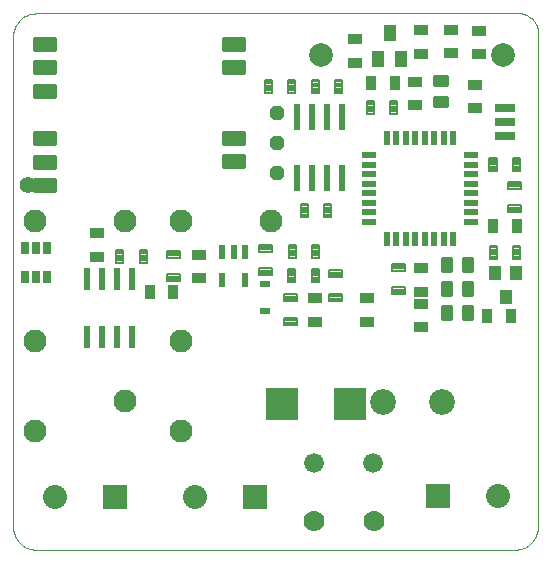
<source format=gbs>
G75*
%MOIN*%
%OFA0B0*%
%FSLAX24Y24*%
%IPPOS*%
%LPD*%
%AMOC8*
5,1,8,0,0,1.08239X$1,22.5*
%
%ADD10C,0.0000*%
%ADD11R,0.0400X0.0450*%
%ADD12R,0.0220X0.0780*%
%ADD13C,0.0079*%
%ADD14R,0.0512X0.0355*%
%ADD15R,0.0355X0.0512*%
%ADD16C,0.0787*%
%ADD17C,0.0860*%
%ADD18R,0.0220X0.0500*%
%ADD19R,0.0669X0.0276*%
%ADD20R,0.0394X0.0551*%
%ADD21R,0.0210X0.0500*%
%ADD22R,0.0500X0.0210*%
%ADD23C,0.0660*%
%ADD24C,0.0700*%
%ADD25R,0.0327X0.0248*%
%ADD26R,0.0276X0.0394*%
%ADD27C,0.0768*%
%ADD28C,0.0100*%
%ADD29OC8,0.0480*%
%ADD30R,0.0800X0.0800*%
%ADD31C,0.0800*%
%ADD32R,0.0236X0.0866*%
%ADD33R,0.1102X0.1102*%
%ADD34C,0.0560*%
D10*
X004460Y000900D02*
X004460Y017270D01*
X004462Y017324D01*
X004468Y017377D01*
X004477Y017429D01*
X004490Y017481D01*
X004507Y017532D01*
X004528Y017582D01*
X004552Y017629D01*
X004579Y017675D01*
X004610Y017719D01*
X004643Y017761D01*
X004680Y017800D01*
X004719Y017837D01*
X004761Y017870D01*
X004805Y017901D01*
X004851Y017928D01*
X004898Y017952D01*
X004948Y017973D01*
X004999Y017990D01*
X005051Y018003D01*
X005103Y018012D01*
X005156Y018018D01*
X005210Y018020D01*
X021202Y018020D01*
X021251Y018026D01*
X021300Y018028D01*
X021349Y018026D01*
X021398Y018021D01*
X021446Y018012D01*
X021494Y017999D01*
X021541Y017983D01*
X021586Y017964D01*
X021629Y017941D01*
X021671Y017915D01*
X021711Y017886D01*
X021748Y017854D01*
X021783Y017819D01*
X021815Y017782D01*
X021845Y017742D01*
X021871Y017701D01*
X021894Y017657D01*
X021914Y017612D01*
X021930Y017566D01*
X021943Y017518D01*
X021952Y017470D01*
X021952Y000900D01*
X021950Y000846D01*
X021944Y000793D01*
X021935Y000741D01*
X021922Y000689D01*
X021905Y000638D01*
X021884Y000588D01*
X021860Y000541D01*
X021833Y000495D01*
X021802Y000451D01*
X021769Y000409D01*
X021732Y000370D01*
X021693Y000333D01*
X021651Y000300D01*
X021607Y000269D01*
X021561Y000242D01*
X021514Y000218D01*
X021464Y000197D01*
X021413Y000180D01*
X021361Y000167D01*
X021309Y000158D01*
X021256Y000152D01*
X021202Y000150D01*
X005210Y000150D01*
X005156Y000152D01*
X005103Y000158D01*
X005051Y000167D01*
X004999Y000180D01*
X004948Y000197D01*
X004898Y000218D01*
X004851Y000242D01*
X004805Y000269D01*
X004761Y000300D01*
X004719Y000333D01*
X004680Y000370D01*
X004643Y000409D01*
X004610Y000451D01*
X004579Y000495D01*
X004552Y000541D01*
X004528Y000588D01*
X004507Y000638D01*
X004490Y000689D01*
X004477Y000741D01*
X004468Y000793D01*
X004462Y000846D01*
X004460Y000900D01*
D11*
X020530Y009360D03*
X021230Y009360D03*
X020880Y008560D03*
D12*
X008410Y009170D03*
X007910Y009170D03*
X007410Y009170D03*
X006910Y009170D03*
X006910Y007230D03*
X007410Y007230D03*
X007910Y007230D03*
X008410Y007230D03*
D13*
X010037Y009088D02*
X010037Y009324D01*
X010037Y009088D02*
X009603Y009088D01*
X009603Y009324D01*
X010037Y009324D01*
X010037Y009166D02*
X009603Y009166D01*
X009603Y009244D02*
X010037Y009244D01*
X010037Y009322D02*
X009603Y009322D01*
X010037Y009876D02*
X010037Y010112D01*
X010037Y009876D02*
X009603Y009876D01*
X009603Y010112D01*
X010037Y010112D01*
X010037Y009954D02*
X009603Y009954D01*
X009603Y010032D02*
X010037Y010032D01*
X010037Y010110D02*
X009603Y010110D01*
X008921Y009713D02*
X008685Y009713D01*
X008685Y010147D01*
X008921Y010147D01*
X008921Y009713D01*
X008921Y009791D02*
X008685Y009791D01*
X008685Y009869D02*
X008921Y009869D01*
X008921Y009947D02*
X008685Y009947D01*
X008685Y010025D02*
X008921Y010025D01*
X008921Y010103D02*
X008685Y010103D01*
X008134Y009713D02*
X007898Y009713D01*
X007898Y010147D01*
X008134Y010147D01*
X008134Y009713D01*
X008134Y009791D02*
X007898Y009791D01*
X007898Y009869D02*
X008134Y009869D01*
X008134Y009947D02*
X007898Y009947D01*
X007898Y010025D02*
X008134Y010025D01*
X008134Y010103D02*
X007898Y010103D01*
X012643Y010076D02*
X012643Y010312D01*
X013077Y010312D01*
X013077Y010076D01*
X012643Y010076D01*
X012643Y010154D02*
X013077Y010154D01*
X013077Y010232D02*
X012643Y010232D01*
X012643Y010310D02*
X013077Y010310D01*
X013648Y009883D02*
X013884Y009883D01*
X013648Y009883D02*
X013648Y010317D01*
X013884Y010317D01*
X013884Y009883D01*
X013884Y009961D02*
X013648Y009961D01*
X013648Y010039D02*
X013884Y010039D01*
X013884Y010117D02*
X013648Y010117D01*
X013648Y010195D02*
X013884Y010195D01*
X013884Y010273D02*
X013648Y010273D01*
X014435Y009883D02*
X014671Y009883D01*
X014435Y009883D02*
X014435Y010317D01*
X014671Y010317D01*
X014671Y009883D01*
X014671Y009961D02*
X014435Y009961D01*
X014435Y010039D02*
X014671Y010039D01*
X014671Y010117D02*
X014435Y010117D01*
X014435Y010195D02*
X014671Y010195D01*
X014671Y010273D02*
X014435Y010273D01*
X014415Y009487D02*
X014651Y009487D01*
X014651Y009053D01*
X014415Y009053D01*
X014415Y009487D01*
X014415Y009131D02*
X014651Y009131D01*
X014651Y009209D02*
X014415Y009209D01*
X014415Y009287D02*
X014651Y009287D01*
X014651Y009365D02*
X014415Y009365D01*
X014415Y009443D02*
X014651Y009443D01*
X015427Y009462D02*
X015427Y009226D01*
X014993Y009226D01*
X014993Y009462D01*
X015427Y009462D01*
X015427Y009304D02*
X014993Y009304D01*
X014993Y009382D02*
X015427Y009382D01*
X015427Y009460D02*
X014993Y009460D01*
X015427Y008674D02*
X015427Y008438D01*
X014993Y008438D01*
X014993Y008674D01*
X015427Y008674D01*
X015427Y008516D02*
X014993Y008516D01*
X014993Y008594D02*
X015427Y008594D01*
X015427Y008672D02*
X014993Y008672D01*
X013473Y008662D02*
X013473Y008426D01*
X013473Y008662D02*
X013907Y008662D01*
X013907Y008426D01*
X013473Y008426D01*
X013473Y008504D02*
X013907Y008504D01*
X013907Y008582D02*
X013473Y008582D01*
X013473Y008660D02*
X013907Y008660D01*
X013864Y009487D02*
X013628Y009487D01*
X013864Y009487D02*
X013864Y009053D01*
X013628Y009053D01*
X013628Y009487D01*
X013628Y009131D02*
X013864Y009131D01*
X013864Y009209D02*
X013628Y009209D01*
X013628Y009287D02*
X013864Y009287D01*
X013864Y009365D02*
X013628Y009365D01*
X013628Y009443D02*
X013864Y009443D01*
X012643Y009524D02*
X012643Y009288D01*
X012643Y009524D02*
X013077Y009524D01*
X013077Y009288D01*
X012643Y009288D01*
X012643Y009366D02*
X013077Y009366D01*
X013077Y009444D02*
X012643Y009444D01*
X012643Y009522D02*
X013077Y009522D01*
X013473Y007874D02*
X013473Y007638D01*
X013473Y007874D02*
X013907Y007874D01*
X013907Y007638D01*
X013473Y007638D01*
X013473Y007716D02*
X013907Y007716D01*
X013907Y007794D02*
X013473Y007794D01*
X013473Y007872D02*
X013907Y007872D01*
X017093Y008658D02*
X017093Y008894D01*
X017527Y008894D01*
X017527Y008658D01*
X017093Y008658D01*
X017093Y008736D02*
X017527Y008736D01*
X017527Y008814D02*
X017093Y008814D01*
X017093Y008892D02*
X017527Y008892D01*
X017093Y009446D02*
X017093Y009682D01*
X017527Y009682D01*
X017527Y009446D01*
X017093Y009446D01*
X017093Y009524D02*
X017527Y009524D01*
X017527Y009602D02*
X017093Y009602D01*
X017093Y009680D02*
X017527Y009680D01*
X015071Y011667D02*
X014835Y011667D01*
X015071Y011667D02*
X015071Y011233D01*
X014835Y011233D01*
X014835Y011667D01*
X014835Y011311D02*
X015071Y011311D01*
X015071Y011389D02*
X014835Y011389D01*
X014835Y011467D02*
X015071Y011467D01*
X015071Y011545D02*
X014835Y011545D01*
X014835Y011623D02*
X015071Y011623D01*
X014284Y011667D02*
X014048Y011667D01*
X014284Y011667D02*
X014284Y011233D01*
X014048Y011233D01*
X014048Y011667D01*
X014048Y011311D02*
X014284Y011311D01*
X014284Y011389D02*
X014048Y011389D01*
X014048Y011467D02*
X014284Y011467D01*
X014284Y011545D02*
X014048Y011545D01*
X014048Y011623D02*
X014284Y011623D01*
X016248Y015117D02*
X016484Y015117D01*
X016484Y014683D01*
X016248Y014683D01*
X016248Y015117D01*
X016248Y014761D02*
X016484Y014761D01*
X016484Y014839D02*
X016248Y014839D01*
X016248Y014917D02*
X016484Y014917D01*
X016484Y014995D02*
X016248Y014995D01*
X016248Y015073D02*
X016484Y015073D01*
X017035Y015117D02*
X017271Y015117D01*
X017271Y014683D01*
X017035Y014683D01*
X017035Y015117D01*
X017035Y014761D02*
X017271Y014761D01*
X017271Y014839D02*
X017035Y014839D01*
X017035Y014917D02*
X017271Y014917D01*
X017271Y014995D02*
X017035Y014995D01*
X017035Y015073D02*
X017271Y015073D01*
X015431Y015363D02*
X015195Y015363D01*
X015195Y015797D01*
X015431Y015797D01*
X015431Y015363D01*
X015431Y015441D02*
X015195Y015441D01*
X015195Y015519D02*
X015431Y015519D01*
X015431Y015597D02*
X015195Y015597D01*
X015195Y015675D02*
X015431Y015675D01*
X015431Y015753D02*
X015195Y015753D01*
X014644Y015363D02*
X014408Y015363D01*
X014408Y015797D01*
X014644Y015797D01*
X014644Y015363D01*
X014644Y015441D02*
X014408Y015441D01*
X014408Y015519D02*
X014644Y015519D01*
X014644Y015597D02*
X014408Y015597D01*
X014408Y015675D02*
X014644Y015675D01*
X014644Y015753D02*
X014408Y015753D01*
X013871Y015383D02*
X013635Y015383D01*
X013635Y015817D01*
X013871Y015817D01*
X013871Y015383D01*
X013871Y015461D02*
X013635Y015461D01*
X013635Y015539D02*
X013871Y015539D01*
X013871Y015617D02*
X013635Y015617D01*
X013635Y015695D02*
X013871Y015695D01*
X013871Y015773D02*
X013635Y015773D01*
X013084Y015383D02*
X012848Y015383D01*
X012848Y015817D01*
X013084Y015817D01*
X013084Y015383D01*
X013084Y015461D02*
X012848Y015461D01*
X012848Y015539D02*
X013084Y015539D01*
X013084Y015617D02*
X012848Y015617D01*
X012848Y015695D02*
X013084Y015695D01*
X013084Y015773D02*
X012848Y015773D01*
X020338Y012753D02*
X020574Y012753D01*
X020338Y012753D02*
X020338Y013187D01*
X020574Y013187D01*
X020574Y012753D01*
X020574Y012831D02*
X020338Y012831D01*
X020338Y012909D02*
X020574Y012909D01*
X020574Y012987D02*
X020338Y012987D01*
X020338Y013065D02*
X020574Y013065D01*
X020574Y013143D02*
X020338Y013143D01*
X021125Y012753D02*
X021361Y012753D01*
X021125Y012753D02*
X021125Y013187D01*
X021361Y013187D01*
X021361Y012753D01*
X021361Y012831D02*
X021125Y012831D01*
X021125Y012909D02*
X021361Y012909D01*
X021361Y012987D02*
X021125Y012987D01*
X021125Y013065D02*
X021361Y013065D01*
X021361Y013143D02*
X021125Y013143D01*
X021397Y012412D02*
X021397Y012176D01*
X020963Y012176D01*
X020963Y012412D01*
X021397Y012412D01*
X021397Y012254D02*
X020963Y012254D01*
X020963Y012332D02*
X021397Y012332D01*
X021397Y012410D02*
X020963Y012410D01*
X021397Y011624D02*
X021397Y011388D01*
X020963Y011388D01*
X020963Y011624D01*
X021397Y011624D01*
X021397Y011466D02*
X020963Y011466D01*
X020963Y011544D02*
X021397Y011544D01*
X021397Y011622D02*
X020963Y011622D01*
X021135Y009833D02*
X021371Y009833D01*
X021135Y009833D02*
X021135Y010267D01*
X021371Y010267D01*
X021371Y009833D01*
X021371Y009911D02*
X021135Y009911D01*
X021135Y009989D02*
X021371Y009989D01*
X021371Y010067D02*
X021135Y010067D01*
X021135Y010145D02*
X021371Y010145D01*
X021371Y010223D02*
X021135Y010223D01*
X020584Y009833D02*
X020348Y009833D01*
X020348Y010267D01*
X020584Y010267D01*
X020584Y009833D01*
X020584Y009911D02*
X020348Y009911D01*
X020348Y009989D02*
X020584Y009989D01*
X020584Y010067D02*
X020348Y010067D01*
X020348Y010145D02*
X020584Y010145D01*
X020584Y010223D02*
X020348Y010223D01*
D14*
X018060Y009532D03*
X018060Y008745D03*
X018060Y008344D03*
X018060Y007556D03*
X016260Y007736D03*
X016260Y008524D03*
X014520Y008524D03*
X014520Y007736D03*
X010670Y009196D03*
X010670Y009984D03*
X007260Y009906D03*
X007260Y010694D03*
X015840Y016386D03*
X015840Y017174D03*
X017860Y015744D03*
X017860Y014956D03*
X019860Y014856D03*
X019860Y015644D03*
X019990Y016656D03*
X019990Y017444D03*
X019050Y017484D03*
X019050Y016696D03*
X018060Y016686D03*
X018060Y017474D03*
D15*
X017183Y015710D03*
X016396Y015710D03*
X020466Y010950D03*
X021253Y010950D03*
X021053Y007950D03*
X020266Y007950D03*
X009803Y008750D03*
X009016Y008750D03*
D16*
X014728Y016637D03*
X020791Y016637D03*
D17*
X018744Y005063D03*
X016775Y005063D03*
D18*
X012190Y009120D03*
X011430Y009120D03*
X011430Y010080D03*
X011810Y010080D03*
X012190Y010080D03*
D19*
X020851Y013939D03*
X020851Y014411D03*
X020851Y014884D03*
D20*
X017384Y016517D03*
X016635Y016517D03*
X017010Y017383D03*
D21*
X016922Y013875D03*
X017237Y013875D03*
X017552Y013875D03*
X017867Y013875D03*
X018182Y013875D03*
X018497Y013875D03*
X018812Y013875D03*
X019127Y013875D03*
X019127Y010495D03*
X018812Y010495D03*
X018497Y010495D03*
X018182Y010495D03*
X017867Y010495D03*
X017552Y010495D03*
X017237Y010495D03*
X016922Y010495D03*
D22*
X016334Y011083D03*
X016334Y011398D03*
X016334Y011713D03*
X016334Y012028D03*
X016334Y012343D03*
X016334Y012658D03*
X016334Y012973D03*
X016334Y013288D03*
X019714Y013288D03*
X019714Y012973D03*
X019714Y012658D03*
X019714Y012343D03*
X019714Y012028D03*
X019714Y011713D03*
X019714Y011398D03*
X019714Y011083D03*
D23*
X016444Y003050D03*
X014475Y003050D03*
D24*
X014480Y001100D03*
X016480Y001100D03*
D25*
X012860Y008097D03*
X012860Y009003D03*
D26*
X005604Y009248D03*
X005230Y009248D03*
X004855Y009248D03*
X004855Y010192D03*
X005230Y010192D03*
X005604Y010192D03*
D27*
X005200Y011100D03*
X008200Y011100D03*
X010050Y011100D03*
X013050Y011100D03*
X010050Y007100D03*
X008200Y005100D03*
X010050Y004100D03*
X005200Y004100D03*
X005200Y007100D03*
D28*
X005167Y012488D02*
X005853Y012488D01*
X005853Y012088D01*
X005167Y012088D01*
X005167Y012488D01*
X005167Y012187D02*
X005853Y012187D01*
X005853Y012286D02*
X005167Y012286D01*
X005167Y012385D02*
X005853Y012385D01*
X005853Y012484D02*
X005167Y012484D01*
X005167Y013275D02*
X005853Y013275D01*
X005853Y012875D01*
X005167Y012875D01*
X005167Y013275D01*
X005167Y012974D02*
X005853Y012974D01*
X005853Y013073D02*
X005167Y013073D01*
X005167Y013172D02*
X005853Y013172D01*
X005853Y013271D02*
X005167Y013271D01*
X005167Y014063D02*
X005853Y014063D01*
X005853Y013663D01*
X005167Y013663D01*
X005167Y014063D01*
X005167Y013762D02*
X005853Y013762D01*
X005853Y013861D02*
X005167Y013861D01*
X005167Y013960D02*
X005853Y013960D01*
X005853Y014059D02*
X005167Y014059D01*
X005167Y015637D02*
X005853Y015637D01*
X005853Y015237D01*
X005167Y015237D01*
X005167Y015637D01*
X005167Y015336D02*
X005853Y015336D01*
X005853Y015435D02*
X005167Y015435D01*
X005167Y015534D02*
X005853Y015534D01*
X005853Y015633D02*
X005167Y015633D01*
X005167Y016425D02*
X005853Y016425D01*
X005853Y016025D01*
X005167Y016025D01*
X005167Y016425D01*
X005167Y016124D02*
X005853Y016124D01*
X005853Y016223D02*
X005167Y016223D01*
X005167Y016322D02*
X005853Y016322D01*
X005853Y016421D02*
X005167Y016421D01*
X005167Y017212D02*
X005853Y017212D01*
X005853Y016812D01*
X005167Y016812D01*
X005167Y017212D01*
X005167Y016911D02*
X005853Y016911D01*
X005853Y017010D02*
X005167Y017010D01*
X005167Y017109D02*
X005853Y017109D01*
X005853Y017208D02*
X005167Y017208D01*
X011466Y017212D02*
X012152Y017212D01*
X012152Y016812D01*
X011466Y016812D01*
X011466Y017212D01*
X011466Y016911D02*
X012152Y016911D01*
X012152Y017010D02*
X011466Y017010D01*
X011466Y017109D02*
X012152Y017109D01*
X012152Y017208D02*
X011466Y017208D01*
X011466Y016425D02*
X012152Y016425D01*
X012152Y016025D01*
X011466Y016025D01*
X011466Y016425D01*
X011466Y016124D02*
X012152Y016124D01*
X012152Y016223D02*
X011466Y016223D01*
X011466Y016322D02*
X012152Y016322D01*
X012152Y016421D02*
X011466Y016421D01*
X011467Y014063D02*
X012153Y014063D01*
X012153Y013663D01*
X011467Y013663D01*
X011467Y014063D01*
X011467Y013762D02*
X012153Y013762D01*
X012153Y013861D02*
X011467Y013861D01*
X011467Y013960D02*
X012153Y013960D01*
X012153Y014059D02*
X011467Y014059D01*
X011467Y013313D02*
X012153Y013313D01*
X012153Y012913D01*
X011467Y012913D01*
X011467Y013313D01*
X011467Y013012D02*
X012153Y013012D01*
X012153Y013111D02*
X011467Y013111D01*
X011467Y013210D02*
X012153Y013210D01*
X012153Y013309D02*
X011467Y013309D01*
X018485Y014950D02*
X018485Y015250D01*
X018935Y015250D01*
X018935Y014950D01*
X018485Y014950D01*
X018485Y015049D02*
X018935Y015049D01*
X018935Y015148D02*
X018485Y015148D01*
X018485Y015247D02*
X018935Y015247D01*
X018485Y015650D02*
X018485Y015950D01*
X018935Y015950D01*
X018935Y015650D01*
X018485Y015650D01*
X018485Y015749D02*
X018935Y015749D01*
X018935Y015848D02*
X018485Y015848D01*
X018485Y015947D02*
X018935Y015947D01*
X019060Y009875D02*
X018760Y009875D01*
X019060Y009875D02*
X019060Y009425D01*
X018760Y009425D01*
X018760Y009875D01*
X018760Y009524D02*
X019060Y009524D01*
X019060Y009623D02*
X018760Y009623D01*
X018760Y009722D02*
X019060Y009722D01*
X019060Y009821D02*
X018760Y009821D01*
X019460Y009875D02*
X019760Y009875D01*
X019760Y009425D01*
X019460Y009425D01*
X019460Y009875D01*
X019460Y009524D02*
X019760Y009524D01*
X019760Y009623D02*
X019460Y009623D01*
X019460Y009722D02*
X019760Y009722D01*
X019760Y009821D02*
X019460Y009821D01*
X019453Y008631D02*
X019753Y008631D01*
X019453Y008631D02*
X019453Y009081D01*
X019753Y009081D01*
X019753Y008631D01*
X019753Y008730D02*
X019453Y008730D01*
X019453Y008829D02*
X019753Y008829D01*
X019753Y008928D02*
X019453Y008928D01*
X019453Y009027D02*
X019753Y009027D01*
X019053Y008631D02*
X018753Y008631D01*
X018753Y009081D01*
X019053Y009081D01*
X019053Y008631D01*
X019053Y008730D02*
X018753Y008730D01*
X018753Y008829D02*
X019053Y008829D01*
X019053Y008928D02*
X018753Y008928D01*
X018753Y009027D02*
X019053Y009027D01*
X019060Y008275D02*
X018760Y008275D01*
X019060Y008275D02*
X019060Y007825D01*
X018760Y007825D01*
X018760Y008275D01*
X018760Y007924D02*
X019060Y007924D01*
X019060Y008023D02*
X018760Y008023D01*
X018760Y008122D02*
X019060Y008122D01*
X019060Y008221D02*
X018760Y008221D01*
X019460Y008275D02*
X019760Y008275D01*
X019760Y007825D01*
X019460Y007825D01*
X019460Y008275D01*
X019460Y007924D02*
X019760Y007924D01*
X019760Y008023D02*
X019460Y008023D01*
X019460Y008122D02*
X019760Y008122D01*
X019760Y008221D02*
X019460Y008221D01*
D29*
X013260Y012700D03*
X013260Y013700D03*
X013260Y014700D03*
D30*
X012510Y001900D03*
X007860Y001900D03*
X018610Y001950D03*
D31*
X020610Y001950D03*
X010510Y001900D03*
X005860Y001900D03*
D32*
X013910Y012526D03*
X014410Y012526D03*
X014910Y012526D03*
X015410Y012526D03*
X015410Y014574D03*
X014910Y014574D03*
X014410Y014574D03*
X013910Y014574D03*
D33*
X013418Y005000D03*
X015701Y005000D03*
D34*
X004960Y012300D03*
M02*

</source>
